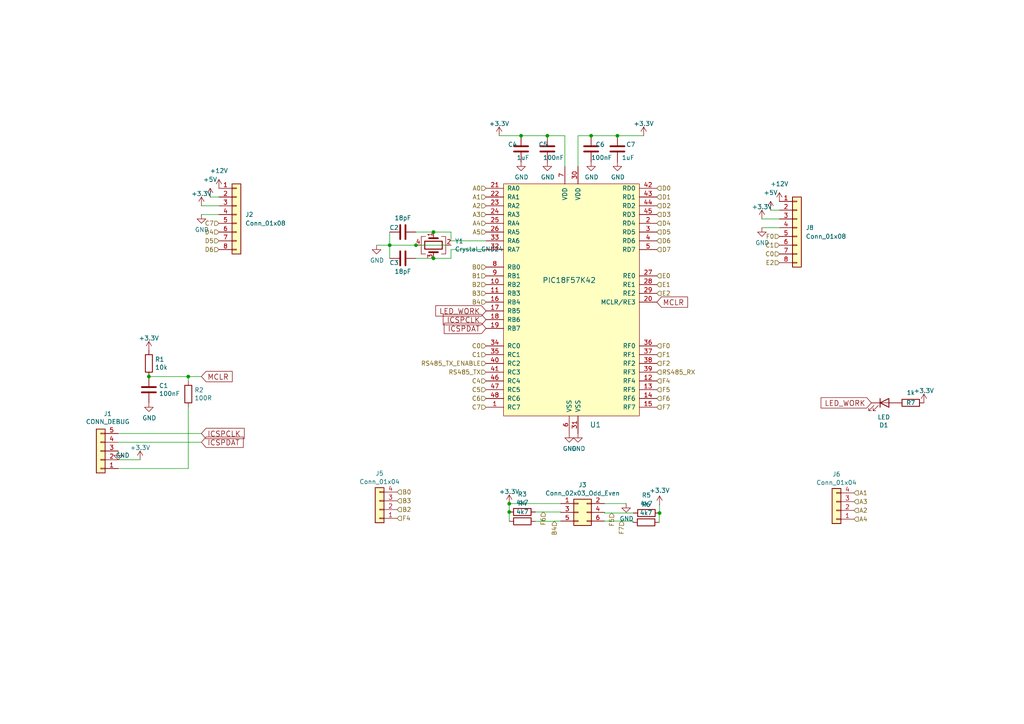
<source format=kicad_sch>
(kicad_sch (version 20231120) (generator "eeschema") (generator_version "8.0")
  (paper "A4")
  (title_block (title "Room Board 003") (date "2018-06-15") (rev "001") (company "Jiří Husák"))
  (lib_symbols
    (symbol "+3.3V_2" (power) (pin_names (offset 0))
      (property "Value" "+3.3V_2" (at 0 3.556 0))
      (symbol "+3.3V_2_0_1"
        (polyline (pts (xy -0.762 1.27) (xy 0 2.54)))
        (polyline (pts (xy 0 0) (xy 0 2.54)))
        (polyline (pts (xy 0 2.54) (xy 0.762 1.27)))
      )
      (symbol "+3.3V_2_1_1"
        (pin power_in line (at 0 0 90) (length 0) hide (name "+3.3V") (number "1"))
      )
    )
    (symbol "Connector_Generic:Conn_01x04" (pin_names (offset 1.016) hide)
      (property "Reference" "J" (at 0 5.08 0))
      (property "Value" "Conn_01x04" (at 0 -7.62 0))
      (symbol "Conn_01x04_1_1"
        (rectangle (start -1.27 -4.953) (end 0 -5.207) (stroke (width 0.1524)))
        (rectangle (start -1.27 -2.413) (end 0 -2.667) (stroke (width 0.1524)))
        (rectangle (start -1.27 0.127) (end 0 -0.127) (stroke (width 0.1524)))
        (rectangle (start -1.27 2.667) (end 0 2.413) (stroke (width 0.1524)))
        (rectangle (start -1.27 3.81) (end 1.27 -6.35) (stroke (width 0.254)) (fill (type background)))
        (pin passive line (at -5.08 2.54 0) (length 3.81) (name "Pin_1") (number "1"))
        (pin passive line (at -5.08 0 0) (length 3.81) (name "Pin_2") (number "2"))
        (pin passive line (at -5.08 -2.54 0) (length 3.81) (name "Pin_3") (number "3"))
        (pin passive line (at -5.08 -5.08 0) (length 3.81) (name "Pin_4") (number "4"))
      )
    )
    (symbol "Connector_Generic:Conn_01x05" (pin_names (offset 1.016) hide)
      (property "Reference" "J" (at 0 7.62 0))
      (property "Value" "Conn_01x05" (at 0 -7.62 0))
      (symbol "Conn_01x05_1_1"
        (rectangle (start -1.27 -4.953) (end 0 -5.207) (stroke (width 0.1524)))
        (rectangle (start -1.27 -2.413) (end 0 -2.667) (stroke (width 0.1524)))
        (rectangle (start -1.27 0.127) (end 0 -0.127) (stroke (width 0.1524)))
        (rectangle (start -1.27 2.667) (end 0 2.413) (stroke (width 0.1524)))
        (rectangle (start -1.27 5.207) (end 0 4.953) (stroke (width 0.1524)))
        (rectangle (start -1.27 6.35) (end 1.27 -6.35) (stroke (width 0.254)) (fill (type background)))
        (pin passive line (at -5.08 5.08 0) (length 3.81) (name "Pin_1") (number "1"))
        (pin passive line (at -5.08 2.54 0) (length 3.81) (name "Pin_2") (number "2"))
        (pin passive line (at -5.08 0 0) (length 3.81) (name "Pin_3") (number "3"))
        (pin passive line (at -5.08 -2.54 0) (length 3.81) (name "Pin_4") (number "4"))
        (pin passive line (at -5.08 -5.08 0) (length 3.81) (name "Pin_5") (number "5"))
      )
    )
    (symbol "Connector_Generic:Conn_01x08" (pin_names (offset 1.016) hide)
      (property "Reference" "J" (at 0 10.16 0))
      (property "Value" "Conn_01x08" (at 0 -12.7 0))
      (symbol "Conn_01x08_1_1"
        (rectangle (start -1.27 -10.033) (end 0 -10.287) (stroke (width 0.1524)))
        (rectangle (start -1.27 -7.493) (end 0 -7.747) (stroke (width 0.1524)))
        (rectangle (start -1.27 -4.953) (end 0 -5.207) (stroke (width 0.1524)))
        (rectangle (start -1.27 -2.413) (end 0 -2.667) (stroke (width 0.1524)))
        (rectangle (start -1.27 0.127) (end 0 -0.127) (stroke (width 0.1524)))
        (rectangle (start -1.27 2.667) (end 0 2.413) (stroke (width 0.1524)))
        (rectangle (start -1.27 5.207) (end 0 4.953) (stroke (width 0.1524)))
        (rectangle (start -1.27 7.747) (end 0 7.493) (stroke (width 0.1524)))
        (rectangle (start -1.27 8.89) (end 1.27 -11.43) (stroke (width 0.254)) (fill (type background)))
        (pin passive line (at -5.08 7.62 0) (length 3.81) (name "Pin_1") (number "1"))
        (pin passive line (at -5.08 5.08 0) (length 3.81) (name "Pin_2") (number "2"))
        (pin passive line (at -5.08 2.54 0) (length 3.81) (name "Pin_3") (number "3"))
        (pin passive line (at -5.08 0 0) (length 3.81) (name "Pin_4") (number "4"))
        (pin passive line (at -5.08 -2.54 0) (length 3.81) (name "Pin_5") (number "5"))
        (pin passive line (at -5.08 -5.08 0) (length 3.81) (name "Pin_6") (number "6"))
        (pin passive line (at -5.08 -7.62 0) (length 3.81) (name "Pin_7") (number "7"))
        (pin passive line (at -5.08 -10.16 0) (length 3.81) (name "Pin_8") (number "8"))
      )
    )
    (symbol "Connector_Generic:Conn_02x03_Odd_Even" (pin_names (offset 1.016) hide)
      (property "Reference" "J" (at 1.27 5.08 0))
      (property "Value" "Conn_02x03_Odd_Even" (at 1.27 -5.08 0))
      (symbol "Conn_02x03_Odd_Even_1_1"
        (rectangle (start -1.27 -2.413) (end 0 -2.667) (stroke (width 0.1524)))
        (rectangle (start -1.27 0.127) (end 0 -0.127) (stroke (width 0.1524)))
        (rectangle (start -1.27 2.667) (end 0 2.413) (stroke (width 0.1524)))
        (rectangle (start -1.27 3.81) (end 3.81 -3.81) (stroke (width 0.254)) (fill (type background)))
        (rectangle (start 3.81 -2.413) (end 2.54 -2.667) (stroke (width 0.1524)))
        (rectangle (start 3.81 0.127) (end 2.54 -0.127) (stroke (width 0.1524)))
        (rectangle (start 3.81 2.667) (end 2.54 2.413) (stroke (width 0.1524)))
        (pin passive line (at -5.08 2.54 0) (length 3.81) (name "Pin_1") (number "1"))
        (pin passive line (at 7.62 2.54 180) (length 3.81) (name "Pin_2") (number "2"))
        (pin passive line (at -5.08 0 0) (length 3.81) (name "Pin_3") (number "3"))
        (pin passive line (at 7.62 0 180) (length 3.81) (name "Pin_4") (number "4"))
        (pin passive line (at -5.08 -2.54 0) (length 3.81) (name "Pin_5") (number "5"))
        (pin passive line (at 7.62 -2.54 180) (length 3.81) (name "Pin_6") (number "6"))
      )
    )
    (symbol "Device:C" (pin_numbers hide) (pin_names (offset 0.254))
      (property "Reference" "C" (at 0.635 2.54 0))
      (property "Value" "C" (at 0.635 -2.54 0))
      (symbol "C_0_1"
        (polyline (pts (xy -2.032 -0.762) (xy 2.032 -0.762)) (stroke (width 0.508)))
        (polyline (pts (xy -2.032 0.762) (xy 2.032 0.762)) (stroke (width 0.508)))
      )
      (symbol "C_1_1"
        (pin passive line (at 0 3.81 270) (length 2.794) (name "~") (number "1"))
        (pin passive line (at 0 -3.81 90) (length 2.794) (name "~") (number "2"))
      )
    )
    (symbol "Device:Crystal_GND24" (pin_names (offset 1.016) hide)
      (property "Reference" "Y" (at 3.175 5.08 0))
      (property "Value" "Crystal_GND24" (at 3.175 3.175 0))
      (symbol "Crystal_GND24_0_1"
        (rectangle (start -1.143 2.54) (end 1.143 -2.54) (stroke (width 0.3048)))
        (polyline (pts (xy -2.54 0) (xy -2.032 0)))
        (polyline (pts (xy -2.032 -1.27) (xy -2.032 1.27)) (stroke (width 0.508)))
        (polyline (pts (xy 0 -3.81) (xy 0 -3.556)))
        (polyline (pts (xy 0 3.556) (xy 0 3.81)))
        (polyline (pts (xy 2.032 -1.27) (xy 2.032 1.27)) (stroke (width 0.508)))
        (polyline (pts (xy 2.032 0) (xy 2.54 0)))
        (polyline (pts (xy -2.54 -2.286) (xy -2.54 -3.556) (xy 2.54 -3.556) (xy 2.54 -2.286)))
        (polyline (pts (xy -2.54 2.286) (xy -2.54 3.556) (xy 2.54 3.556) (xy 2.54 2.286)))
      )
      (symbol "Crystal_GND24_1_1"
        (pin passive line (at -3.81 0 0) (length 1.27) (name "1") (number "1"))
        (pin passive line (at 0 5.08 270) (length 1.27) (name "2") (number "2"))
        (pin passive line (at 3.81 0 180) (length 1.27) (name "3") (number "3"))
        (pin passive line (at 0 -5.08 90) (length 1.27) (name "4") (number "4"))
      )
    )
    (symbol "Device:LED" (pin_numbers hide) (pin_names (offset 1.016) hide)
      (property "Reference" "D" (at 0 2.54 0))
      (property "Value" "LED" (at 0 -2.54 0))
      (symbol "LED_0_1"
        (polyline (pts (xy -1.27 -1.27) (xy -1.27 1.27)) (stroke (width 0.254)))
        (polyline (pts (xy -1.27 0) (xy 1.27 0)))
        (polyline (pts (xy 1.27 -1.27) (xy 1.27 1.27) (xy -1.27 0) (xy 1.27 -1.27)) (stroke (width 0.254)))
        (polyline (pts (xy -3.048 -0.762) (xy -4.572 -2.286) (xy -3.81 -2.286) (xy -4.572 -2.286) (xy -4.572 -1.524)))
        (polyline (pts (xy -1.778 -0.762) (xy -3.302 -2.286) (xy -2.54 -2.286) (xy -3.302 -2.286) (xy -3.302 -1.524)))
      )
      (symbol "LED_1_1"
        (pin passive line (at -3.81 0 0) (length 2.54) (name "K") (number "1"))
        (pin passive line (at 3.81 0 180) (length 2.54) (name "A") (number "2"))
      )
    )
    (symbol "Device:R" (pin_numbers hide) (pin_names (offset 0))
      (property "Reference" "R" (at 2.032 0 90))
      (property "Value" "R" (at 0 0 90))
      (symbol "R_0_1"
        (rectangle (start -1.016 -2.54) (end 1.016 2.54) (stroke (width 0.254)))
      )
      (symbol "R_1_1"
        (pin passive line (at 0 3.81 270) (length 1.27) (name "~") (number "1"))
        (pin passive line (at 0 -3.81 90) (length 1.27) (name "~") (number "2"))
      )
    )
    (symbol "PIC:PIC18F57K42" (pin_names (offset 1.016))
      (property "Reference" "U" (at 0 -57.15 0))
      (property "Value" "PIC_PIC18F57K42" (at -1.27 7.62 0))
      (symbol "PIC18F57K42_0_1"
        (rectangle (start -20.32 21.59) (end 19.05 -45.72) (fill (type background)))
      )
      (symbol "PIC18F57K42_1_1"
        (pin bidirectional line (at -25.4 -43.18 0) (length 5.08) (name "RC7") (number "1"))
        (pin bidirectional line (at -25.4 -7.62 0) (length 5.08) (name "RB2") (number "10"))
        (pin bidirectional line (at -25.4 -10.16 0) (length 5.08) (name "RB3") (number "11"))
        (pin bidirectional line (at 24.13 -35.56 180) (length 5.08) (name "RF4") (number "12"))
        (pin bidirectional line (at 24.13 -38.1 180) (length 5.08) (name "RF5") (number "13"))
        (pin bidirectional line (at 24.13 -40.64 180) (length 5.08) (name "RF6") (number "14"))
        (pin bidirectional line (at 24.13 -43.18 180) (length 5.08) (name "RF7") (number "15"))
        (pin bidirectional line (at -25.4 -12.7 0) (length 5.08) (name "RB4") (number "16"))
        (pin bidirectional line (at -25.4 -15.24 0) (length 5.08) (name "RB5") (number "17"))
        (pin bidirectional line (at -25.4 -17.78 0) (length 5.08) (name "RB6") (number "18"))
        (pin bidirectional line (at -25.4 -20.32 0) (length 5.08) (name "RB7") (number "19"))
        (pin bidirectional line (at 24.13 10.16 180) (length 5.08) (name "RD4") (number "2"))
        (pin bidirectional line (at 24.13 -12.7 180) (length 5.08) (name "MCLR/RE3") (number "20"))
        (pin bidirectional line (at -25.4 20.32 0) (length 5.08) (name "RA0") (number "21"))
        (pin bidirectional line (at -25.4 17.78 0) (length 5.08) (name "RA1") (number "22"))
        (pin bidirectional line (at -25.4 15.24 0) (length 5.08) (name "RA2") (number "23"))
        (pin bidirectional line (at -25.4 12.7 0) (length 5.08) (name "RA3") (number "24"))
        (pin bidirectional line (at -25.4 10.16 0) (length 5.08) (name "RA4") (number "25"))
        (pin bidirectional line (at -25.4 7.62 0) (length 5.08) (name "RA5") (number "26"))
        (pin bidirectional line (at 24.13 -5.08 180) (length 5.08) (name "RE0") (number "27"))
        (pin bidirectional line (at 24.13 -7.62 180) (length 5.08) (name "RE1") (number "28"))
        (pin bidirectional line (at 24.13 -10.16 180) (length 5.08) (name "RE2") (number "29"))
        (pin bidirectional line (at 24.13 7.62 180) (length 5.08) (name "RD5") (number "3"))
        (pin input line (at 1.27 26.67 270) (length 5.08) (name "VDD") (number "30"))
        (pin input line (at 1.27 -50.8 90) (length 5.08) (name "VSS") (number "31"))
        (pin bidirectional line (at -25.4 2.54 0) (length 5.08) (name "RA7") (number "32"))
        (pin bidirectional line (at -25.4 5.08 0) (length 5.08) (name "RA6") (number "33"))
        (pin bidirectional line (at -25.4 -25.4 0) (length 5.08) (name "RC0") (number "34"))
        (pin bidirectional line (at -25.4 -27.94 0) (length 5.08) (name "RC1") (number "35"))
        (pin bidirectional line (at 24.13 -25.4 180) (length 5.08) (name "RF0") (number "36"))
        (pin bidirectional line (at 24.13 -27.94 180) (length 5.08) (name "RF1") (number "37"))
        (pin bidirectional line (at 24.13 -30.48 180) (length 5.08) (name "RF2") (number "38"))
        (pin bidirectional line (at 24.13 -33.02 180) (length 5.08) (name "RF3") (number "39"))
        (pin bidirectional line (at 24.13 5.08 180) (length 5.08) (name "RD6") (number "4"))
        (pin bidirectional line (at -25.4 -30.48 0) (length 5.08) (name "RC2") (number "40"))
        (pin bidirectional line (at -25.4 -33.02 0) (length 5.08) (name "RC3") (number "41"))
        (pin bidirectional line (at 24.13 20.32 180) (length 5.08) (name "RD0") (number "42"))
        (pin bidirectional line (at 24.13 17.78 180) (length 5.08) (name "RD1") (number "43"))
        (pin bidirectional line (at 24.13 15.24 180) (length 5.08) (name "RD2") (number "44"))
        (pin bidirectional line (at 24.13 12.7 180) (length 5.08) (name "RD3") (number "45"))
        (pin bidirectional line (at -25.4 -35.56 0) (length 5.08) (name "RC4") (number "46"))
        (pin bidirectional line (at -25.4 -38.1 0) (length 5.08) (name "RC5") (number "47"))
        (pin bidirectional line (at -25.4 -40.64 0) (length 5.08) (name "RC6") (number "48"))
        (pin bidirectional line (at 24.13 2.54 180) (length 5.08) (name "RD7") (number "5"))
        (pin input line (at -1.27 -50.8 90) (length 5.08) (name "VSS") (number "6"))
        (pin input line (at -2.54 26.67 270) (length 5.08) (name "VDD") (number "7"))
        (pin bidirectional line (at -25.4 -2.54 0) (length 5.08) (name "RB0") (number "8"))
        (pin bidirectional line (at -25.4 -5.08 0) (length 5.08) (name "RB1") (number "9"))
      )
    )
    (symbol "power:+12V" (power) (pin_numbers hide) (pin_names (offset 0) hide)
      (property "Value" "+12V" (at 0 3.556 0))
      (symbol "+12V_0_1"
        (polyline (pts (xy -0.762 1.27) (xy 0 2.54)))
        (polyline (pts (xy 0 0) (xy 0 2.54)))
        (polyline (pts (xy 0 2.54) (xy 0.762 1.27)))
      )
      (symbol "+12V_1_1"
        (pin power_in line (at 0 0 90) (length 0) (name "~") (number "1"))
      )
    )
    (symbol "power:+3.3V" (power) (pin_numbers hide) (pin_names (offset 0) hide)
      (property "Value" "+3.3V" (at 0 3.556 0))
      (symbol "+3.3V_0_1"
        (polyline (pts (xy -0.762 1.27) (xy 0 2.54)))
        (polyline (pts (xy 0 0) (xy 0 2.54)))
        (polyline (pts (xy 0 2.54) (xy 0.762 1.27)))
      )
      (symbol "+3.3V_1_1"
        (pin power_in line (at 0 0 90) (length 0) (name "~") (number "1"))
      )
    )
    (symbol "power:+5V" (power) (pin_numbers hide) (pin_names (offset 0) hide)
      (property "Value" "+5V" (at 0 3.556 0))
      (symbol "+5V_0_1"
        (polyline (pts (xy -0.762 1.27) (xy 0 2.54)))
        (polyline (pts (xy 0 0) (xy 0 2.54)))
        (polyline (pts (xy 0 2.54) (xy 0.762 1.27)))
      )
      (symbol "+5V_1_1"
        (pin power_in line (at 0 0 90) (length 0) (name "~") (number "1"))
      )
    )
    (symbol "power:GND" (power) (pin_names (offset 0))
      (property "Value" "GND" (at 0 -3.81 0))
      (symbol "GND_0_1"
        (polyline (pts (xy 0 0) (xy 0 -1.27) (xy 1.27 -1.27) (xy 0 -2.54) (xy -1.27 -1.27) (xy 0 -1.27)))
      )
      (symbol "GND_1_1"
        (pin power_in line (at 0 0 270) (length 0) hide (name "GND") (number "1"))
      )
    )
  )
  (junction (at 151.13 39.37))
  (junction (at 171.45 39.37))
  (junction (at 125.73 74.93))
  (junction (at 191.3 148.8))
  (junction (at 147.7 148.5))
  (junction (at 120.65 71.12))
  (junction (at 147.7 146.1))
  (junction (at 43.18 109.22))
  (junction (at 125.73 67.31))
  (junction (at 113.03 71.12))
  (junction (at 158.75 39.37))
  (junction (at 179.07 39.37))
  (junction (at 54.61 109.22))
  (wire (pts (xy 130.81 69.85) (xy 140.97 69.85)))
  (wire (pts (xy 162.62 146.06) (xy 147.7 146.06)))
  (wire (pts (xy 58.42 59.69) (xy 63.5 59.69)))
  (wire (pts (xy 34.29 133.35) (xy 40.64 133.35)))
  (wire (pts (xy 160.8 151.14) (xy 160.8 151.2)))
  (wire (pts (xy 179.07 39.37) (xy 186.69 39.37)))
  (wire (pts (xy 160.8 151.2) (xy 155.32 151.2)))
  (wire (pts (xy 60.96 57.15) (xy 63.5 57.15)))
  (wire (pts (xy 155.31 148.5) (xy 162.62 148.5)))
  (wire (pts (xy 147.7 146.1) (xy 147.7 148.5)))
  (wire (pts (xy 175.32 151.14) (xy 183.58 151.14)))
  (wire (pts (xy 158.75 39.37) (xy 163.83 39.37)))
  (wire (pts (xy 54.61 110.49) (xy 54.61 109.22)))
  (wire (pts (xy 223.52 60.96) (xy 226.06 60.96)))
  (wire (pts (xy 147.7 148.5) (xy 147.69 148.5)))
  (wire (pts (xy 113.03 74.93) (xy 113.03 71.12)))
  (wire (pts (xy 181.61 146.06) (xy 181.61 146.05)))
  (wire (pts (xy 54.61 109.22) (xy 43.18 109.22)))
  (wire (pts (xy 125.73 74.93) (xy 130.81 74.93)))
  (wire (pts (xy 162.62 151.14) (xy 160.8 151.14)))
  (wire (pts (xy 167.64 39.37) (xy 171.45 39.37)))
  (wire (pts (xy 34.29 128.27) (xy 58.42 128.27)))
  (wire (pts (xy 113.03 71.12) (xy 120.65 71.12)))
  (wire (pts (xy 183.58 151.14) (xy 183.58 151.5)))
  (wire (pts (xy 109.22 71.12) (xy 113.03 71.12)))
  (wire (pts (xy 175.32 146.06) (xy 181.61 146.06)))
  (wire (pts (xy 191.2 151.5) (xy 191.2 148.8)))
  (wire (pts (xy 147.7 146.06) (xy 147.7 146.1)))
  (wire (pts (xy 130.81 67.31) (xy 130.81 69.85)))
  (wire (pts (xy 167.64 48.26) (xy 167.64 39.37)))
  (wire (pts (xy 147.7 148.5) (xy 147.7 151.2)))
  (wire (pts (xy 54.61 135.89) (xy 54.61 118.11)))
  (wire (pts (xy 113.03 71.12) (xy 113.03 67.31)))
  (wire (pts (xy 54.61 109.22) (xy 58.42 109.22)))
  (wire (pts (xy 130.81 74.93) (xy 130.81 72.39)))
  (wire (pts (xy 220.98 66.04) (xy 226.06 66.04)))
  (wire (pts (xy 191.2 148.8) (xy 191.3 148.8)))
  (wire (pts (xy 125.73 67.31) (xy 130.81 67.31)))
  (wire (pts (xy 130.81 72.39) (xy 140.97 72.39)))
  (wire (pts (xy 151.13 39.37) (xy 158.75 39.37)))
  (wire (pts (xy 120.65 74.93) (xy 125.73 74.93)))
  (wire (pts (xy 163.83 48.26) (xy 163.83 39.37)))
  (wire (pts (xy 34.29 125.73) (xy 58.42 125.73)))
  (wire (pts (xy 191.3 148.8) (xy 191.3 146.4)))
  (wire (pts (xy 162.62 148.5) (xy 162.62 148.6)))
  (wire (pts (xy 175.32 148.8) (xy 175.32 148.6)))
  (wire (pts (xy 130.81 71.12) (xy 120.65 71.12)))
  (wire (pts (xy 220.98 63.5) (xy 226.06 63.5)))
  (wire (pts (xy 183.68 148.8) (xy 175.32 148.8)))
  (wire (pts (xy 171.45 39.37) (xy 179.07 39.37)))
  (wire (pts (xy 34.29 135.89) (xy 54.61 135.89)))
  (wire (pts (xy 58.42 62.23) (xy 63.5 62.23)))
  (wire (pts (xy 144.78 39.37) (xy 151.13 39.37)))
  (wire (pts (xy 120.65 67.31) (xy 125.73 67.31)))
  (global_label "LED_WORK" (shape input) (at 140.97 90.17 180) (effects (font (size 1.524 1.524))) (property "Intersheetrefs" "${INTERSHEET_REFS}" (effects (hide yes))))
  (global_label "LED_WORK" (shape input) (at 252.73 116.84 180) (effects (font (size 1.524 1.524))) (property "Intersheetrefs" "${INTERSHEET_REFS}" (effects (hide yes))))
  (global_label "ICSPDAT" (shape input) (at 140.97 95.25 180) (effects (font (size 1.524 1.524))) (property "Intersheetrefs" "${INTERSHEET_REFS}" (effects (hide yes))))
  (global_label "MCLR" (shape input) (at 190.5 87.63 0) (effects (font (size 1.524 1.524))) (property "Intersheetrefs" "${INTERSHEET_REFS}" (effects (hide yes))))
  (global_label "MCLR" (shape input) (at 58.42 109.22 0) (effects (font (size 1.524 1.524))) (property "Intersheetrefs" "${INTERSHEET_REFS}" (effects (hide yes))))
  (global_label "ICSPCLK" (shape input) (at 140.97 92.71 180) (effects (font (size 1.524 1.524))) (property "Intersheetrefs" "${INTERSHEET_REFS}" (effects (hide yes))))
  (global_label "ICSPCLK" (shape input) (at 58.42 125.73 0) (effects (font (size 1.524 1.524))) (property "Intersheetrefs" "${INTERSHEET_REFS}" (effects (hide yes))))
  (global_label "ICSPDAT" (shape input) (at 58.42 128.27 0) (effects (font (size 1.524 1.524))) (property "Intersheetrefs" "${INTERSHEET_REFS}" (effects (hide yes))))
  (hierarchical_label "C0" (shape input) (at 226.06 73.66 180))
  (hierarchical_label "D0" (shape input) (at 190.5 54.61 0))
  (hierarchical_label "A3" (shape input) (at 247.7 145.5 0))
  (hierarchical_label "D2" (shape input) (at 190.5 59.69 0))
  (hierarchical_label "A1" (shape input) (at 140.97 57.15 180))
  (hierarchical_label "D4" (shape input) (at 63.5 67.31 180))
  (hierarchical_label "E0" (shape input) (at 190.5 80.01 0))
  (hierarchical_label "A4" (shape input) (at 247.7 150.58 0))
  (hierarchical_label "F2" (shape input) (at 190.5 105.41 0))
  (hierarchical_label "F1" (shape input) (at 190.5 102.87 0))
  (hierarchical_label "B2" (shape input) (at 140.97 82.55 180))
  (hierarchical_label "D5" (shape input) (at 63.5 69.85 180))
  (hierarchical_label "A4" (shape input) (at 140.97 64.77 180))
  (hierarchical_label "C1" (shape input) (at 140.97 102.87 180))
  (hierarchical_label "E2" (shape input) (at 226.06 76.2 180))
  (hierarchical_label "E2" (shape input) (at 190.5 85.09 0))
  (hierarchical_label "D7" (shape input) (at 190.5 72.39 0))
  (hierarchical_label "RS485_RX" (shape input) (at 190.5 107.95 0))
  (hierarchical_label "B0" (shape input) (at 115.18 142.72 0))
  (hierarchical_label "B1" (shape input) (at 140.97 80.01 180))
  (hierarchical_label "F6" (shape input) (at 157.5543 148.5 270))
  (hierarchical_label "F5" (shape input) (at 190.5 113.03 0))
  (hierarchical_label "D1" (shape input) (at 190.5 57.15 0))
  (hierarchical_label "F7" (shape input) (at 180.274 151.14 270))
  (hierarchical_label "A0" (shape input) (at 140.97 54.61 180))
  (hierarchical_label "A2" (shape input) (at 247.7 148.04 0))
  (hierarchical_label "D6" (shape input) (at 63.5 72.39 180))
  (hierarchical_label "B4" (shape input) (at 140.97 87.63 180))
  (hierarchical_label "F0" (shape input) (at 226.06 68.58 180))
  (hierarchical_label "A2" (shape input) (at 140.97 59.69 180))
  (hierarchical_label "RS485_TX_ENABLE" (shape input) (at 140.97 105.41 180))
  (hierarchical_label "D4" (shape input) (at 190.5 64.77 0))
  (hierarchical_label "B3" (shape input) (at 115.18 145.26 0))
  (hierarchical_label "C6" (shape input) (at 140.97 115.57 180))
  (hierarchical_label "F0" (shape input) (at 190.5 100.33 0))
  (hierarchical_label "D6" (shape input) (at 190.5 69.85 0))
  (hierarchical_label "C0" (shape input) (at 140.97 100.33 180))
  (hierarchical_label "C7" (shape input) (at 63.5 64.77 180))
  (hierarchical_label "D3" (shape input) (at 190.5 62.23 0))
  (hierarchical_label "A1" (shape input) (at 247.7 142.96 0))
  (hierarchical_label "C5" (shape input) (at 140.97 113.03 180))
  (hierarchical_label "A5" (shape input) (at 140.97 67.31 180))
  (hierarchical_label "F6" (shape input) (at 190.5 115.57 0))
  (hierarchical_label "F4" (shape input) (at 115.18 150.34 0))
  (hierarchical_label "C4" (shape input) (at 140.97 110.49 180))
  (hierarchical_label "B4" (shape input) (at 160.8 151.2 270))
  (hierarchical_label "D5" (shape input) (at 190.5 67.31 0))
  (hierarchical_label "E1" (shape input) (at 190.5 82.55 0))
  (hierarchical_label "F7" (shape input) (at 190.5 118.11 0))
  (hierarchical_label "B3" (shape input) (at 140.97 85.09 180))
  (hierarchical_label "A3" (shape input) (at 140.97 62.23 180))
  (hierarchical_label "B2" (shape input) (at 115.18 147.8 0))
  (hierarchical_label "F5" (shape input) (at 177.4126 148.8 270))
  (hierarchical_label "C1" (shape input) (at 226.06 71.12 180))
  (hierarchical_label "C7" (shape input) (at 140.97 118.11 180))
  (hierarchical_label "RS485_TX" (shape input) (at 140.97 107.95 180))
  (hierarchical_label "B0" (shape input) (at 140.97 77.47 180))
  (hierarchical_label "F4" (shape input) (at 190.5 110.49 0))
  (symbol (lib_id "Connector_Generic:Conn_01x05") (at 29.21 130.81 180) (unit 1)
    (property "Reference" "J1" (at 31.242 120.015 0))
    (property "Value" "CONN_DEBUG" (at 31.242 122.3264 0))
    (property "Footprint" "Connector_PinHeader_2.54mm:PinHeader_1x05_P2.54mm_Vertical" (effects (hide yes)))
  )
  (symbol (lib_id "Device:C") (at 158.75 43.18 0) (unit 1)
    (property "Reference" "C5" (at 156.21 41.91 0) (effects (justify left)))
    (property "Value" "100nF" (at 157.48 45.72 0) (effects (justify left)))
    (property "Footprint" "Capacitor_SMD:C_0805_2012Metric" (effects (hide yes)))
  )
  (symbol (lib_id "Device:C") (at 151.13 43.18 0) (unit 1)
    (property "Reference" "C4" (at 147.32 41.91 0) (effects (justify left)))
    (property "Value" "1uF" (at 149.86 45.72 0) (effects (justify left)))
    (property "Footprint" "Capacitor_SMD:C_0805_2012Metric" (effects (hide yes)))
  )
  (symbol (lib_id "Device:C") (at 171.45 43.18 0) (unit 1)
    (property "Reference" "C6" (at 172.72 41.91 0) (effects (justify left)))
    (property "Value" "100nF" (at 171.45 45.72 0) (effects (justify left)))
    (property "Footprint" "Capacitor_SMD:C_0805_2012Metric" (effects (hide yes)))
  )
  (symbol (lib_id "Device:C") (at 179.07 43.18 0) (unit 1)
    (property "Reference" "C7" (at 181.61 41.91 0) (effects (justify left)))
    (property "Value" "1uF" (at 180.34 45.72 0) (effects (justify left)))
    (property "Footprint" "Capacitor_SMD:C_0805_2012Metric" (effects (hide yes)))
  )
  (symbol (lib_id "power:GND") (at 158.75 46.99 0) (unit 1)
    (property "Reference" "#PWR010" (effects (hide yes)))
    (property "Value" "GND" (at 158.877 51.3842 0))
  )
  (symbol (lib_id "power:GND") (at 151.13 46.99 0) (unit 1)
    (property "Reference" "#PWR09" (effects (hide yes)))
    (property "Value" "GND" (at 151.257 51.3842 0))
  )
  (symbol (lib_id "power:GND") (at 171.45 46.99 0) (unit 1)
    (property "Reference" "#PWR013" (effects (hide yes)))
    (property "Value" "GND" (at 171.577 51.3842 0))
  )
  (symbol (lib_id "power:GND") (at 179.07 46.99 0) (unit 1)
    (property "Reference" "#PWR014" (effects (hide yes)))
    (property "Value" "GND" (at 179.197 51.3842 0))
  )
  (symbol (lib_id "power:GND") (at 34.29 130.81 0) (unit 1)
    (property "Reference" "#PWR02" (effects (hide yes)))
    (property "Value" "GND" (at 35.56 132.08 0))
  )
  (symbol (lib_id "Device:R") (at 54.61 114.3 0) (unit 1)
    (property "Reference" "R2" (at 56.388 113.1316 0) (effects (justify left)))
    (property "Value" "100R" (at 56.388 115.443 0) (effects (justify left)))
    (property "Footprint" "Resistor_SMD:R_0805_2012Metric" (effects (hide yes)))
  )
  (symbol (lib_id "Device:C") (at 43.18 113.03 0) (unit 1)
    (property "Reference" "C1" (at 46.101 111.8616 0) (effects (justify left)))
    (property "Value" "100nF" (at 46.101 114.173 0) (effects (justify left)))
    (property "Footprint" "Capacitor_SMD:C_0805_2012Metric" (effects (hide yes)))
  )
  (symbol (lib_id "Device:R") (at 43.18 105.41 0) (unit 1)
    (property "Reference" "R1" (at 44.958 104.2416 0) (effects (justify left)))
    (property "Value" "10k" (at 44.958 106.553 0) (effects (justify left)))
    (property "Footprint" "Resistor_SMD:R_0805_2012Metric" (effects (hide yes)))
  )
  (symbol (lib_id "power:GND") (at 43.18 116.84 0) (unit 1)
    (property "Reference" "#PWR05" (effects (hide yes)))
    (property "Value" "GND" (at 43.307 121.2342 0))
  )
  (symbol (lib_id "Device:C") (at 116.84 67.31 270) (unit 1)
    (property "Reference" "C2" (at 114.3 66.04 90))
    (property "Value" "18pF" (at 116.84 63.2206 90))
    (property "Footprint" "Capacitor_SMD:C_0805_2012Metric" (effects (hide yes)))
  )
  (symbol (lib_id "Device:C") (at 116.84 74.93 270) (unit 1)
    (property "Reference" "C3" (at 114.3 76.2 90))
    (property "Value" "18pF" (at 116.84 78.74 90))
    (property "Footprint" "Capacitor_SMD:C_0805_2012Metric" (effects (hide yes)))
  )
  (symbol (lib_id "power:GND") (at 109.22 71.12 0) (unit 1)
    (property "Reference" "#PWR07" (effects (hide yes)))
    (property "Value" "GND" (at 109.347 75.5142 0))
  )
  (symbol (lib_id "Device:LED") (at 256.54 116.84 0) (unit 1)
    (property "Reference" "D1" (at 256.3368 123.317 0))
    (property "Value" "LED" (at 256.3368 121.0056 0))
    (property "Footprint" "LED_SMD:LED_0805_2012Metric_Pad1.15x1.40mm_HandSolder" (effects (hide yes)))
  )
  (symbol (lib_id "Device:R") (at 264.16 116.84 270) (unit 1)
    (property "Reference" "R7" (at 264.16 116.84 90))
    (property "Value" "1k" (at 264.16 113.8936 90))
    (property "Footprint" "Resistor_SMD:R_0805_2012Metric" (effects (hide yes)))
  )
  (symbol (lib_id "PIC:PIC18F57K42") (at 166.37 74.93 0) (unit 1)
    (property "Reference" "U1" (at 172.72 123.19 0) (effects (font (size 1.524 1.524))))
    (property "Value" "PIC18F57K42" (at 165.1 81.28 0) (effects (font (size 1.524 1.524))))
    (property "Footprint" "Package_QFP:TQFP-48_7x7mm_P0.5mm" (effects (hide yes)))
  )
  (symbol (lib_id "power:GND") (at 165.1 125.73 0) (unit 1)
    (property "Reference" "#PWR011" (effects (hide yes)))
    (property "Value" "GND" (at 165.227 130.1242 0))
  )
  (symbol (lib_id "power:GND") (at 167.64 125.73 0) (unit 1)
    (property "Reference" "#PWR012" (effects (hide yes)))
    (property "Value" "GND" (at 167.767 130.1242 0))
  )
  (symbol (lib_id "Device:Crystal_GND24") (at 125.73 71.12 270) (unit 1)
    (property "Reference" "Y1" (at 131.9276 69.9516 90) (effects (justify left)))
    (property "Value" "Crystal_GND24" (at 131.9276 72.263 90) (effects (justify left)))
    (property "Footprint" "Crystal:Crystal_SMD_SeikoEpson_FA238-4Pin_3.2x2.5mm" (effects (hide yes)))
  )
  (symbol (lib_id "Device:R") (at 151.51 151.2 90) (unit 1)
    (property "Reference" "R4" (at 151.51 146.0395 90))
    (property "Value" "4k7" (at 151.51 148.4638 90))
    (property "Footprint" "Resistor_SMD:R_0805_2012Metric" (effects (hide yes)))
    (property "Description" "Resistor" (effects (hide yes)))
  )
  (symbol (lib_name "+3.3V_2") (lib_id "power:+3.3V") (at 186.69 39.37 0) (unit 1)
    (property "Reference" "#PWR015" (effects (hide yes)))
    (property "Value" "+3.3V" (at 186.69 35.8681 0))
  )
  (symbol (lib_name "+3.3V_2") (lib_id "power:+3.3V") (at 220.98 63.5 0) (unit 1)
    (property "Reference" "#PWR023" (effects (hide yes)))
    (property "Value" "+3.3V" (at 220.98 59.9981 0))
  )
  (symbol (lib_name "+3.3V_2") (lib_id "power:+3.3V") (at 147.7 146.1 0) (unit 1)
    (property "Reference" "#PWR035" (effects (hide yes)))
    (property "Value" "+3.3V" (at 147.7 142.5981 0))
  )
  (symbol (lib_id "Connector_Generic:Conn_01x04") (at 242.62 148.04 180) (unit 1)
    (property "Reference" "J6" (at 242.62 137.5455 0))
    (property "Value" "Conn_01x04" (at 242.62 139.9698 0))
    (property "Footprint" "Connector_PinSocket_1.27mm:PinSocket_1x04_P1.27mm_Vertical_SMD_Pin1Left" (effects (hide yes)))
    (property "Description" "Generic connector, single row, 01x04, script generated (kicad-library-utils/schlib/autogen/connector/)" (effects (hide yes)))
  )
  (symbol (lib_id "Device:R") (at 187.49 148.8 90) (unit 1)
    (property "Reference" "R5" (at 187.49 143.6395 90))
    (property "Value" "4k7" (at 187.49 146.0638 90))
    (property "Footprint" "Resistor_SMD:R_0805_2012Metric" (effects (hide yes)))
    (property "Description" "Resistor" (effects (hide yes)))
  )
  (symbol (lib_id "power:+3.3V") (at 191.3 146.4 0) (unit 1)
    (property "Reference" "#PWR036" (effects (hide yes)))
    (property "Value" "+3.3V" (at 191.3 142.2669 0))
    (property "Description" "Power symbol creates a global label with name \"+3.3V\"" (effects (hide yes)))
  )
  (symbol (lib_id "power:GND") (at 220.98 66.04 0) (unit 1)
    (property "Reference" "#PWR032" (effects (hide yes)))
    (property "Value" "GND" (at 221.107 70.4342 0))
  )
  (symbol (lib_name "+3.3V_2") (lib_id "power:+3.3V") (at 144.78 39.37 0) (unit 1)
    (property "Reference" "#PWR08" (effects (hide yes)))
    (property "Value" "+3.3V" (at 144.78 35.8681 0))
  )
  (symbol (lib_id "Connector_Generic:Conn_01x08") (at 231.14 66.04 0) (unit 1)
    (property "Reference" "J8" (at 233.68 66.0399 0) (effects (justify left)))
    (property "Value" "Conn_01x08" (at 233.68 68.5799 0) (effects (justify left)))
    (property "Footprint" "Connector_PinSocket_2.54mm:PinSocket_1x08_P2.54mm_Vertical" (effects (hide yes)))
    (property "Description" "Generic connector, single row, 01x08, script generated (kicad-library-utils/schlib/autogen/connector/)" (effects (hide yes)))
  )
  (symbol (lib_name "+3.3V_2") (lib_id "power:+3.3V") (at 40.64 133.35 0) (unit 1)
    (property "Reference" "#PWR03" (effects (hide yes)))
    (property "Value" "+3.3V" (at 40.64 129.8481 0))
  )
  (symbol (lib_id "power:+12V") (at 226.06 58.42 0) (unit 1)
    (property "Reference" "#PWR016" (effects (hide yes)))
    (property "Value" "+12V" (at 226.06 53.34 0))
    (property "Description" "Power symbol creates a global label with name \"+12V\"" (effects (hide yes)))
  )
  (symbol (lib_id "Connector_Generic:Conn_01x04") (at 110.1 147.8 180) (unit 1)
    (property "Reference" "J5" (at 110.1 137.3055 0))
    (property "Value" "Conn_01x04" (at 110.1 139.7298 0))
    (property "Footprint" "Connector_PinSocket_1.27mm:PinSocket_1x04_P1.27mm_Vertical_SMD_Pin1Left" (effects (hide yes)))
    (property "Description" "Generic connector, single row, 01x04, script generated (kicad-library-utils/schlib/autogen/connector/)" (effects (hide yes)))
  )
  (symbol (lib_id "power:+5V") (at 60.96 57.15 0) (unit 1)
    (property "Reference" "#PWR021" (effects (hide yes)))
    (property "Value" "+5V" (at 60.96 52.07 0))
    (property "Description" "Power symbol creates a global label with name \"+5V\"" (effects (hide yes)))
  )
  (symbol (lib_id "Device:R") (at 187.39 151.5 90) (unit 1)
    (property "Reference" "R6" (at 187.39 146.3395 90))
    (property "Value" "4k7" (at 187.39 148.7638 90))
    (property "Footprint" "Resistor_SMD:R_0805_2012Metric" (effects (hide yes)))
    (property "Description" "Resistor" (effects (hide yes)))
  )
  (symbol (lib_id "Connector_Generic:Conn_02x03_Odd_Even") (at 167.7 148.6 0) (unit 1)
    (property "Reference" "J3" (at 168.97 140.6455 0))
    (property "Value" "Conn_02x03_Odd_Even" (at 168.97 143.0698 0))
    (property "Footprint" "Connector_PinSocket_2.54mm:PinSocket_2x03_P2.54mm_Vertical" (effects (hide yes)))
    (property "Description" "Generic connector, double row, 02x03, odd/even pin numbering scheme (row 1 odd numbers, row 2 even numbers), script generated (kicad-library-utils/schlib/autogen/connector/)" (effects (hide yes)))
  )
  (symbol (lib_id "power:GND") (at 58.42 62.23 0) (unit 1)
    (property "Reference" "#PWR026" (effects (hide yes)))
    (property "Value" "GND" (at 58.547 66.6242 0))
  )
  (symbol (lib_id "power:+5V") (at 223.52 60.96 0) (unit 1)
    (property "Reference" "#PWR018" (effects (hide yes)))
    (property "Value" "+5V" (at 223.52 55.88 0))
    (property "Description" "Power symbol creates a global label with name \"+5V\"" (effects (hide yes)))
  )
  (symbol (lib_id "power:GND") (at 181.61 146.05 0) (unit 1)
    (property "Reference" "#PWR034" (effects (hide yes)))
    (property "Value" "GND" (at 181.737 150.4442 0))
  )
  (symbol (lib_name "+3.3V_2") (lib_id "power:+3.3V") (at 58.42 59.69 0) (unit 1)
    (property "Reference" "#PWR024" (effects (hide yes)))
    (property "Value" "+3.3V" (at 58.42 56.1881 0))
  )
  (symbol (lib_name "+3.3V_2") (lib_id "power:+3.3V") (at 267.97 116.84 0) (unit 1)
    (property "Reference" "#PWR019" (effects (hide yes)))
    (property "Value" "+3.3V" (at 267.97 113.3381 0))
  )
  (symbol (lib_id "power:+12V") (at 63.5 54.61 0) (unit 1)
    (property "Reference" "#PWR017" (effects (hide yes)))
    (property "Value" "+12V" (at 63.5 49.53 0))
    (property "Description" "Power symbol creates a global label with name \"+12V\"" (effects (hide yes)))
  )
  (symbol (lib_id "Connector_Generic:Conn_01x08") (at 68.58 62.23 0) (unit 1)
    (property "Reference" "J2" (at 71.12 62.2299 0) (effects (justify left)))
    (property "Value" "Conn_01x08" (at 71.12 64.7699 0) (effects (justify left)))
    (property "Footprint" "Connector_PinSocket_2.54mm:PinSocket_1x08_P2.54mm_Vertical" (effects (hide yes)))
    (property "Description" "Generic connector, single row, 01x08, script generated (kicad-library-utils/schlib/autogen/connector/)" (effects (hide yes)))
  )
  (symbol (lib_id "Device:R") (at 151.5 148.5 90) (unit 1)
    (property "Reference" "R3" (at 151.5 143.3395 90))
    (property "Value" "4k7" (at 151.5 145.7638 90))
    (property "Footprint" "Resistor_SMD:R_0805_2012Metric" (effects (hide yes)))
    (property "Description" "Resistor" (effects (hide yes)))
  )
  (symbol (lib_name "+3.3V_2") (lib_id "power:+3.3V") (at 43.18 101.6 0) (unit 1)
    (property "Reference" "#PWR04" (effects (hide yes)))
    (property "Value" "+3.3V" (at 43.18 98.0981 0))
  )
)
</source>
